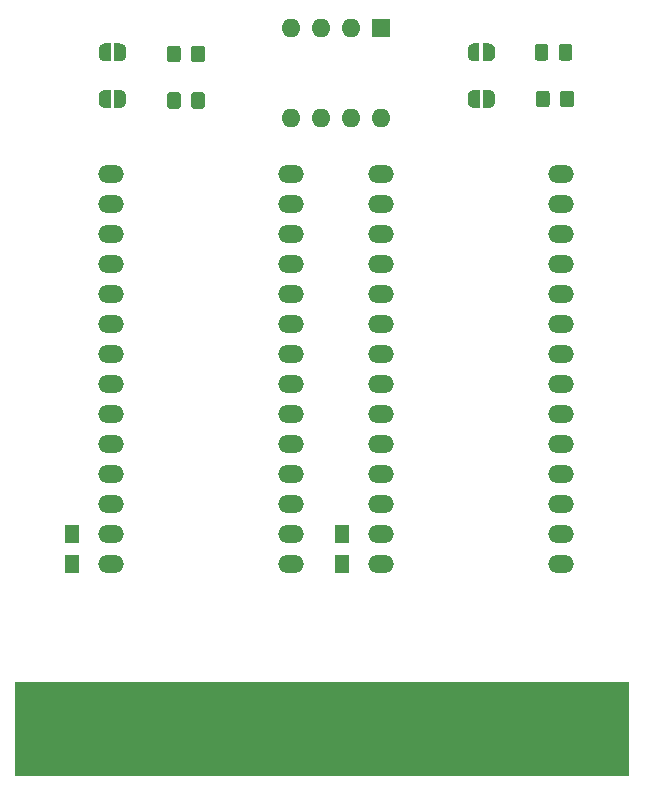
<source format=gbr>
G04 #@! TF.GenerationSoftware,KiCad,Pcbnew,(5.1.5-0-10_14)*
G04 #@! TF.CreationDate,2020-07-12T14:24:48+02:00*
G04 #@! TF.ProjectId,OpenC16Cart,4f70656e-4331-4364-9361-72742e6b6963,3*
G04 #@! TF.SameCoordinates,Original*
G04 #@! TF.FileFunction,Soldermask,Top*
G04 #@! TF.FilePolarity,Negative*
%FSLAX46Y46*%
G04 Gerber Fmt 4.6, Leading zero omitted, Abs format (unit mm)*
G04 Created by KiCad (PCBNEW (5.1.5-0-10_14)) date 2020-07-12 14:24:48*
%MOMM*%
%LPD*%
G04 APERTURE LIST*
%ADD10R,52.000000X8.000000*%
%ADD11O,1.600000X1.600000*%
%ADD12R,1.600000X1.600000*%
%ADD13C,0.100000*%
%ADD14R,1.250000X1.500000*%
%ADD15O,2.199640X1.501140*%
G04 APERTURE END LIST*
D10*
X147447000Y-124460000D03*
D11*
X152400000Y-72771000D03*
X144780000Y-65151000D03*
X149860000Y-72771000D03*
X147320000Y-65151000D03*
X147320000Y-72771000D03*
X149860000Y-65151000D03*
X144780000Y-72771000D03*
D12*
X152400000Y-65151000D03*
D13*
G36*
X130317000Y-66433602D02*
G01*
X130341534Y-66433602D01*
X130390365Y-66438412D01*
X130438490Y-66447984D01*
X130485445Y-66462228D01*
X130530778Y-66481005D01*
X130574051Y-66504136D01*
X130614850Y-66531396D01*
X130652779Y-66562524D01*
X130687476Y-66597221D01*
X130718604Y-66635150D01*
X130745864Y-66675949D01*
X130768995Y-66719222D01*
X130787772Y-66764555D01*
X130802016Y-66811510D01*
X130811588Y-66859635D01*
X130816398Y-66908466D01*
X130816398Y-66933000D01*
X130817000Y-66933000D01*
X130817000Y-67433000D01*
X130816398Y-67433000D01*
X130816398Y-67457534D01*
X130811588Y-67506365D01*
X130802016Y-67554490D01*
X130787772Y-67601445D01*
X130768995Y-67646778D01*
X130745864Y-67690051D01*
X130718604Y-67730850D01*
X130687476Y-67768779D01*
X130652779Y-67803476D01*
X130614850Y-67834604D01*
X130574051Y-67861864D01*
X130530778Y-67884995D01*
X130485445Y-67903772D01*
X130438490Y-67918016D01*
X130390365Y-67927588D01*
X130341534Y-67932398D01*
X130317000Y-67932398D01*
X130317000Y-67933000D01*
X129817000Y-67933000D01*
X129817000Y-66433000D01*
X130317000Y-66433000D01*
X130317000Y-66433602D01*
G37*
G36*
X129517000Y-67933000D02*
G01*
X129017000Y-67933000D01*
X129017000Y-67932398D01*
X128992466Y-67932398D01*
X128943635Y-67927588D01*
X128895510Y-67918016D01*
X128848555Y-67903772D01*
X128803222Y-67884995D01*
X128759949Y-67861864D01*
X128719150Y-67834604D01*
X128681221Y-67803476D01*
X128646524Y-67768779D01*
X128615396Y-67730850D01*
X128588136Y-67690051D01*
X128565005Y-67646778D01*
X128546228Y-67601445D01*
X128531984Y-67554490D01*
X128522412Y-67506365D01*
X128517602Y-67457534D01*
X128517602Y-67433000D01*
X128517000Y-67433000D01*
X128517000Y-66933000D01*
X128517602Y-66933000D01*
X128517602Y-66908466D01*
X128522412Y-66859635D01*
X128531984Y-66811510D01*
X128546228Y-66764555D01*
X128565005Y-66719222D01*
X128588136Y-66675949D01*
X128615396Y-66635150D01*
X128646524Y-66597221D01*
X128681221Y-66562524D01*
X128719150Y-66531396D01*
X128759949Y-66504136D01*
X128803222Y-66481005D01*
X128848555Y-66462228D01*
X128895510Y-66447984D01*
X128943635Y-66438412D01*
X128992466Y-66433602D01*
X129017000Y-66433602D01*
X129017000Y-66433000D01*
X129517000Y-66433000D01*
X129517000Y-67933000D01*
G37*
G36*
X130317000Y-70370602D02*
G01*
X130341534Y-70370602D01*
X130390365Y-70375412D01*
X130438490Y-70384984D01*
X130485445Y-70399228D01*
X130530778Y-70418005D01*
X130574051Y-70441136D01*
X130614850Y-70468396D01*
X130652779Y-70499524D01*
X130687476Y-70534221D01*
X130718604Y-70572150D01*
X130745864Y-70612949D01*
X130768995Y-70656222D01*
X130787772Y-70701555D01*
X130802016Y-70748510D01*
X130811588Y-70796635D01*
X130816398Y-70845466D01*
X130816398Y-70870000D01*
X130817000Y-70870000D01*
X130817000Y-71370000D01*
X130816398Y-71370000D01*
X130816398Y-71394534D01*
X130811588Y-71443365D01*
X130802016Y-71491490D01*
X130787772Y-71538445D01*
X130768995Y-71583778D01*
X130745864Y-71627051D01*
X130718604Y-71667850D01*
X130687476Y-71705779D01*
X130652779Y-71740476D01*
X130614850Y-71771604D01*
X130574051Y-71798864D01*
X130530778Y-71821995D01*
X130485445Y-71840772D01*
X130438490Y-71855016D01*
X130390365Y-71864588D01*
X130341534Y-71869398D01*
X130317000Y-71869398D01*
X130317000Y-71870000D01*
X129817000Y-71870000D01*
X129817000Y-70370000D01*
X130317000Y-70370000D01*
X130317000Y-70370602D01*
G37*
G36*
X129517000Y-71870000D02*
G01*
X129017000Y-71870000D01*
X129017000Y-71869398D01*
X128992466Y-71869398D01*
X128943635Y-71864588D01*
X128895510Y-71855016D01*
X128848555Y-71840772D01*
X128803222Y-71821995D01*
X128759949Y-71798864D01*
X128719150Y-71771604D01*
X128681221Y-71740476D01*
X128646524Y-71705779D01*
X128615396Y-71667850D01*
X128588136Y-71627051D01*
X128565005Y-71583778D01*
X128546228Y-71538445D01*
X128531984Y-71491490D01*
X128522412Y-71443365D01*
X128517602Y-71394534D01*
X128517602Y-71370000D01*
X128517000Y-71370000D01*
X128517000Y-70870000D01*
X128517602Y-70870000D01*
X128517602Y-70845466D01*
X128522412Y-70796635D01*
X128531984Y-70748510D01*
X128546228Y-70701555D01*
X128565005Y-70656222D01*
X128588136Y-70612949D01*
X128615396Y-70572150D01*
X128646524Y-70534221D01*
X128681221Y-70499524D01*
X128719150Y-70468396D01*
X128759949Y-70441136D01*
X128803222Y-70418005D01*
X128848555Y-70399228D01*
X128895510Y-70384984D01*
X128943635Y-70375412D01*
X128992466Y-70370602D01*
X129017000Y-70370602D01*
X129017000Y-70370000D01*
X129517000Y-70370000D01*
X129517000Y-71870000D01*
G37*
G36*
X161544000Y-66433602D02*
G01*
X161568534Y-66433602D01*
X161617365Y-66438412D01*
X161665490Y-66447984D01*
X161712445Y-66462228D01*
X161757778Y-66481005D01*
X161801051Y-66504136D01*
X161841850Y-66531396D01*
X161879779Y-66562524D01*
X161914476Y-66597221D01*
X161945604Y-66635150D01*
X161972864Y-66675949D01*
X161995995Y-66719222D01*
X162014772Y-66764555D01*
X162029016Y-66811510D01*
X162038588Y-66859635D01*
X162043398Y-66908466D01*
X162043398Y-66933000D01*
X162044000Y-66933000D01*
X162044000Y-67433000D01*
X162043398Y-67433000D01*
X162043398Y-67457534D01*
X162038588Y-67506365D01*
X162029016Y-67554490D01*
X162014772Y-67601445D01*
X161995995Y-67646778D01*
X161972864Y-67690051D01*
X161945604Y-67730850D01*
X161914476Y-67768779D01*
X161879779Y-67803476D01*
X161841850Y-67834604D01*
X161801051Y-67861864D01*
X161757778Y-67884995D01*
X161712445Y-67903772D01*
X161665490Y-67918016D01*
X161617365Y-67927588D01*
X161568534Y-67932398D01*
X161544000Y-67932398D01*
X161544000Y-67933000D01*
X161044000Y-67933000D01*
X161044000Y-66433000D01*
X161544000Y-66433000D01*
X161544000Y-66433602D01*
G37*
G36*
X160744000Y-67933000D02*
G01*
X160244000Y-67933000D01*
X160244000Y-67932398D01*
X160219466Y-67932398D01*
X160170635Y-67927588D01*
X160122510Y-67918016D01*
X160075555Y-67903772D01*
X160030222Y-67884995D01*
X159986949Y-67861864D01*
X159946150Y-67834604D01*
X159908221Y-67803476D01*
X159873524Y-67768779D01*
X159842396Y-67730850D01*
X159815136Y-67690051D01*
X159792005Y-67646778D01*
X159773228Y-67601445D01*
X159758984Y-67554490D01*
X159749412Y-67506365D01*
X159744602Y-67457534D01*
X159744602Y-67433000D01*
X159744000Y-67433000D01*
X159744000Y-66933000D01*
X159744602Y-66933000D01*
X159744602Y-66908466D01*
X159749412Y-66859635D01*
X159758984Y-66811510D01*
X159773228Y-66764555D01*
X159792005Y-66719222D01*
X159815136Y-66675949D01*
X159842396Y-66635150D01*
X159873524Y-66597221D01*
X159908221Y-66562524D01*
X159946150Y-66531396D01*
X159986949Y-66504136D01*
X160030222Y-66481005D01*
X160075555Y-66462228D01*
X160122510Y-66447984D01*
X160170635Y-66438412D01*
X160219466Y-66433602D01*
X160244000Y-66433602D01*
X160244000Y-66433000D01*
X160744000Y-66433000D01*
X160744000Y-67933000D01*
G37*
G36*
X161559000Y-70370602D02*
G01*
X161583534Y-70370602D01*
X161632365Y-70375412D01*
X161680490Y-70384984D01*
X161727445Y-70399228D01*
X161772778Y-70418005D01*
X161816051Y-70441136D01*
X161856850Y-70468396D01*
X161894779Y-70499524D01*
X161929476Y-70534221D01*
X161960604Y-70572150D01*
X161987864Y-70612949D01*
X162010995Y-70656222D01*
X162029772Y-70701555D01*
X162044016Y-70748510D01*
X162053588Y-70796635D01*
X162058398Y-70845466D01*
X162058398Y-70870000D01*
X162059000Y-70870000D01*
X162059000Y-71370000D01*
X162058398Y-71370000D01*
X162058398Y-71394534D01*
X162053588Y-71443365D01*
X162044016Y-71491490D01*
X162029772Y-71538445D01*
X162010995Y-71583778D01*
X161987864Y-71627051D01*
X161960604Y-71667850D01*
X161929476Y-71705779D01*
X161894779Y-71740476D01*
X161856850Y-71771604D01*
X161816051Y-71798864D01*
X161772778Y-71821995D01*
X161727445Y-71840772D01*
X161680490Y-71855016D01*
X161632365Y-71864588D01*
X161583534Y-71869398D01*
X161559000Y-71869398D01*
X161559000Y-71870000D01*
X161059000Y-71870000D01*
X161059000Y-70370000D01*
X161559000Y-70370000D01*
X161559000Y-70370602D01*
G37*
G36*
X160759000Y-71870000D02*
G01*
X160259000Y-71870000D01*
X160259000Y-71869398D01*
X160234466Y-71869398D01*
X160185635Y-71864588D01*
X160137510Y-71855016D01*
X160090555Y-71840772D01*
X160045222Y-71821995D01*
X160001949Y-71798864D01*
X159961150Y-71771604D01*
X159923221Y-71740476D01*
X159888524Y-71705779D01*
X159857396Y-71667850D01*
X159830136Y-71627051D01*
X159807005Y-71583778D01*
X159788228Y-71538445D01*
X159773984Y-71491490D01*
X159764412Y-71443365D01*
X159759602Y-71394534D01*
X159759602Y-71370000D01*
X159759000Y-71370000D01*
X159759000Y-70870000D01*
X159759602Y-70870000D01*
X159759602Y-70845466D01*
X159764412Y-70796635D01*
X159773984Y-70748510D01*
X159788228Y-70701555D01*
X159807005Y-70656222D01*
X159830136Y-70612949D01*
X159857396Y-70572150D01*
X159888524Y-70534221D01*
X159923221Y-70499524D01*
X159961150Y-70468396D01*
X160001949Y-70441136D01*
X160045222Y-70418005D01*
X160090555Y-70399228D01*
X160137510Y-70384984D01*
X160185635Y-70375412D01*
X160234466Y-70370602D01*
X160259000Y-70370602D01*
X160259000Y-70370000D01*
X160759000Y-70370000D01*
X160759000Y-71870000D01*
G37*
G36*
X137264505Y-66611204D02*
G01*
X137288773Y-66614804D01*
X137312572Y-66620765D01*
X137335671Y-66629030D01*
X137357850Y-66639520D01*
X137378893Y-66652132D01*
X137398599Y-66666747D01*
X137416777Y-66683223D01*
X137433253Y-66701401D01*
X137447868Y-66721107D01*
X137460480Y-66742150D01*
X137470970Y-66764329D01*
X137479235Y-66787428D01*
X137485196Y-66811227D01*
X137488796Y-66835495D01*
X137490000Y-66859999D01*
X137490000Y-67760001D01*
X137488796Y-67784505D01*
X137485196Y-67808773D01*
X137479235Y-67832572D01*
X137470970Y-67855671D01*
X137460480Y-67877850D01*
X137447868Y-67898893D01*
X137433253Y-67918599D01*
X137416777Y-67936777D01*
X137398599Y-67953253D01*
X137378893Y-67967868D01*
X137357850Y-67980480D01*
X137335671Y-67990970D01*
X137312572Y-67999235D01*
X137288773Y-68005196D01*
X137264505Y-68008796D01*
X137240001Y-68010000D01*
X136589999Y-68010000D01*
X136565495Y-68008796D01*
X136541227Y-68005196D01*
X136517428Y-67999235D01*
X136494329Y-67990970D01*
X136472150Y-67980480D01*
X136451107Y-67967868D01*
X136431401Y-67953253D01*
X136413223Y-67936777D01*
X136396747Y-67918599D01*
X136382132Y-67898893D01*
X136369520Y-67877850D01*
X136359030Y-67855671D01*
X136350765Y-67832572D01*
X136344804Y-67808773D01*
X136341204Y-67784505D01*
X136340000Y-67760001D01*
X136340000Y-66859999D01*
X136341204Y-66835495D01*
X136344804Y-66811227D01*
X136350765Y-66787428D01*
X136359030Y-66764329D01*
X136369520Y-66742150D01*
X136382132Y-66721107D01*
X136396747Y-66701401D01*
X136413223Y-66683223D01*
X136431401Y-66666747D01*
X136451107Y-66652132D01*
X136472150Y-66639520D01*
X136494329Y-66629030D01*
X136517428Y-66620765D01*
X136541227Y-66614804D01*
X136565495Y-66611204D01*
X136589999Y-66610000D01*
X137240001Y-66610000D01*
X137264505Y-66611204D01*
G37*
G36*
X135214505Y-66611204D02*
G01*
X135238773Y-66614804D01*
X135262572Y-66620765D01*
X135285671Y-66629030D01*
X135307850Y-66639520D01*
X135328893Y-66652132D01*
X135348599Y-66666747D01*
X135366777Y-66683223D01*
X135383253Y-66701401D01*
X135397868Y-66721107D01*
X135410480Y-66742150D01*
X135420970Y-66764329D01*
X135429235Y-66787428D01*
X135435196Y-66811227D01*
X135438796Y-66835495D01*
X135440000Y-66859999D01*
X135440000Y-67760001D01*
X135438796Y-67784505D01*
X135435196Y-67808773D01*
X135429235Y-67832572D01*
X135420970Y-67855671D01*
X135410480Y-67877850D01*
X135397868Y-67898893D01*
X135383253Y-67918599D01*
X135366777Y-67936777D01*
X135348599Y-67953253D01*
X135328893Y-67967868D01*
X135307850Y-67980480D01*
X135285671Y-67990970D01*
X135262572Y-67999235D01*
X135238773Y-68005196D01*
X135214505Y-68008796D01*
X135190001Y-68010000D01*
X134539999Y-68010000D01*
X134515495Y-68008796D01*
X134491227Y-68005196D01*
X134467428Y-67999235D01*
X134444329Y-67990970D01*
X134422150Y-67980480D01*
X134401107Y-67967868D01*
X134381401Y-67953253D01*
X134363223Y-67936777D01*
X134346747Y-67918599D01*
X134332132Y-67898893D01*
X134319520Y-67877850D01*
X134309030Y-67855671D01*
X134300765Y-67832572D01*
X134294804Y-67808773D01*
X134291204Y-67784505D01*
X134290000Y-67760001D01*
X134290000Y-66859999D01*
X134291204Y-66835495D01*
X134294804Y-66811227D01*
X134300765Y-66787428D01*
X134309030Y-66764329D01*
X134319520Y-66742150D01*
X134332132Y-66721107D01*
X134346747Y-66701401D01*
X134363223Y-66683223D01*
X134381401Y-66666747D01*
X134401107Y-66652132D01*
X134422150Y-66639520D01*
X134444329Y-66629030D01*
X134467428Y-66620765D01*
X134491227Y-66614804D01*
X134515495Y-66611204D01*
X134539999Y-66610000D01*
X135190001Y-66610000D01*
X135214505Y-66611204D01*
G37*
G36*
X137264505Y-70548204D02*
G01*
X137288773Y-70551804D01*
X137312572Y-70557765D01*
X137335671Y-70566030D01*
X137357850Y-70576520D01*
X137378893Y-70589132D01*
X137398599Y-70603747D01*
X137416777Y-70620223D01*
X137433253Y-70638401D01*
X137447868Y-70658107D01*
X137460480Y-70679150D01*
X137470970Y-70701329D01*
X137479235Y-70724428D01*
X137485196Y-70748227D01*
X137488796Y-70772495D01*
X137490000Y-70796999D01*
X137490000Y-71697001D01*
X137488796Y-71721505D01*
X137485196Y-71745773D01*
X137479235Y-71769572D01*
X137470970Y-71792671D01*
X137460480Y-71814850D01*
X137447868Y-71835893D01*
X137433253Y-71855599D01*
X137416777Y-71873777D01*
X137398599Y-71890253D01*
X137378893Y-71904868D01*
X137357850Y-71917480D01*
X137335671Y-71927970D01*
X137312572Y-71936235D01*
X137288773Y-71942196D01*
X137264505Y-71945796D01*
X137240001Y-71947000D01*
X136589999Y-71947000D01*
X136565495Y-71945796D01*
X136541227Y-71942196D01*
X136517428Y-71936235D01*
X136494329Y-71927970D01*
X136472150Y-71917480D01*
X136451107Y-71904868D01*
X136431401Y-71890253D01*
X136413223Y-71873777D01*
X136396747Y-71855599D01*
X136382132Y-71835893D01*
X136369520Y-71814850D01*
X136359030Y-71792671D01*
X136350765Y-71769572D01*
X136344804Y-71745773D01*
X136341204Y-71721505D01*
X136340000Y-71697001D01*
X136340000Y-70796999D01*
X136341204Y-70772495D01*
X136344804Y-70748227D01*
X136350765Y-70724428D01*
X136359030Y-70701329D01*
X136369520Y-70679150D01*
X136382132Y-70658107D01*
X136396747Y-70638401D01*
X136413223Y-70620223D01*
X136431401Y-70603747D01*
X136451107Y-70589132D01*
X136472150Y-70576520D01*
X136494329Y-70566030D01*
X136517428Y-70557765D01*
X136541227Y-70551804D01*
X136565495Y-70548204D01*
X136589999Y-70547000D01*
X137240001Y-70547000D01*
X137264505Y-70548204D01*
G37*
G36*
X135214505Y-70548204D02*
G01*
X135238773Y-70551804D01*
X135262572Y-70557765D01*
X135285671Y-70566030D01*
X135307850Y-70576520D01*
X135328893Y-70589132D01*
X135348599Y-70603747D01*
X135366777Y-70620223D01*
X135383253Y-70638401D01*
X135397868Y-70658107D01*
X135410480Y-70679150D01*
X135420970Y-70701329D01*
X135429235Y-70724428D01*
X135435196Y-70748227D01*
X135438796Y-70772495D01*
X135440000Y-70796999D01*
X135440000Y-71697001D01*
X135438796Y-71721505D01*
X135435196Y-71745773D01*
X135429235Y-71769572D01*
X135420970Y-71792671D01*
X135410480Y-71814850D01*
X135397868Y-71835893D01*
X135383253Y-71855599D01*
X135366777Y-71873777D01*
X135348599Y-71890253D01*
X135328893Y-71904868D01*
X135307850Y-71917480D01*
X135285671Y-71927970D01*
X135262572Y-71936235D01*
X135238773Y-71942196D01*
X135214505Y-71945796D01*
X135190001Y-71947000D01*
X134539999Y-71947000D01*
X134515495Y-71945796D01*
X134491227Y-71942196D01*
X134467428Y-71936235D01*
X134444329Y-71927970D01*
X134422150Y-71917480D01*
X134401107Y-71904868D01*
X134381401Y-71890253D01*
X134363223Y-71873777D01*
X134346747Y-71855599D01*
X134332132Y-71835893D01*
X134319520Y-71814850D01*
X134309030Y-71792671D01*
X134300765Y-71769572D01*
X134294804Y-71745773D01*
X134291204Y-71721505D01*
X134290000Y-71697001D01*
X134290000Y-70796999D01*
X134291204Y-70772495D01*
X134294804Y-70748227D01*
X134300765Y-70724428D01*
X134309030Y-70701329D01*
X134319520Y-70679150D01*
X134332132Y-70658107D01*
X134346747Y-70638401D01*
X134363223Y-70620223D01*
X134381401Y-70603747D01*
X134401107Y-70589132D01*
X134422150Y-70576520D01*
X134444329Y-70566030D01*
X134467428Y-70557765D01*
X134491227Y-70551804D01*
X134515495Y-70548204D01*
X134539999Y-70547000D01*
X135190001Y-70547000D01*
X135214505Y-70548204D01*
G37*
G36*
X168379505Y-66484204D02*
G01*
X168403773Y-66487804D01*
X168427572Y-66493765D01*
X168450671Y-66502030D01*
X168472850Y-66512520D01*
X168493893Y-66525132D01*
X168513599Y-66539747D01*
X168531777Y-66556223D01*
X168548253Y-66574401D01*
X168562868Y-66594107D01*
X168575480Y-66615150D01*
X168585970Y-66637329D01*
X168594235Y-66660428D01*
X168600196Y-66684227D01*
X168603796Y-66708495D01*
X168605000Y-66732999D01*
X168605000Y-67633001D01*
X168603796Y-67657505D01*
X168600196Y-67681773D01*
X168594235Y-67705572D01*
X168585970Y-67728671D01*
X168575480Y-67750850D01*
X168562868Y-67771893D01*
X168548253Y-67791599D01*
X168531777Y-67809777D01*
X168513599Y-67826253D01*
X168493893Y-67840868D01*
X168472850Y-67853480D01*
X168450671Y-67863970D01*
X168427572Y-67872235D01*
X168403773Y-67878196D01*
X168379505Y-67881796D01*
X168355001Y-67883000D01*
X167704999Y-67883000D01*
X167680495Y-67881796D01*
X167656227Y-67878196D01*
X167632428Y-67872235D01*
X167609329Y-67863970D01*
X167587150Y-67853480D01*
X167566107Y-67840868D01*
X167546401Y-67826253D01*
X167528223Y-67809777D01*
X167511747Y-67791599D01*
X167497132Y-67771893D01*
X167484520Y-67750850D01*
X167474030Y-67728671D01*
X167465765Y-67705572D01*
X167459804Y-67681773D01*
X167456204Y-67657505D01*
X167455000Y-67633001D01*
X167455000Y-66732999D01*
X167456204Y-66708495D01*
X167459804Y-66684227D01*
X167465765Y-66660428D01*
X167474030Y-66637329D01*
X167484520Y-66615150D01*
X167497132Y-66594107D01*
X167511747Y-66574401D01*
X167528223Y-66556223D01*
X167546401Y-66539747D01*
X167566107Y-66525132D01*
X167587150Y-66512520D01*
X167609329Y-66502030D01*
X167632428Y-66493765D01*
X167656227Y-66487804D01*
X167680495Y-66484204D01*
X167704999Y-66483000D01*
X168355001Y-66483000D01*
X168379505Y-66484204D01*
G37*
G36*
X166329505Y-66484204D02*
G01*
X166353773Y-66487804D01*
X166377572Y-66493765D01*
X166400671Y-66502030D01*
X166422850Y-66512520D01*
X166443893Y-66525132D01*
X166463599Y-66539747D01*
X166481777Y-66556223D01*
X166498253Y-66574401D01*
X166512868Y-66594107D01*
X166525480Y-66615150D01*
X166535970Y-66637329D01*
X166544235Y-66660428D01*
X166550196Y-66684227D01*
X166553796Y-66708495D01*
X166555000Y-66732999D01*
X166555000Y-67633001D01*
X166553796Y-67657505D01*
X166550196Y-67681773D01*
X166544235Y-67705572D01*
X166535970Y-67728671D01*
X166525480Y-67750850D01*
X166512868Y-67771893D01*
X166498253Y-67791599D01*
X166481777Y-67809777D01*
X166463599Y-67826253D01*
X166443893Y-67840868D01*
X166422850Y-67853480D01*
X166400671Y-67863970D01*
X166377572Y-67872235D01*
X166353773Y-67878196D01*
X166329505Y-67881796D01*
X166305001Y-67883000D01*
X165654999Y-67883000D01*
X165630495Y-67881796D01*
X165606227Y-67878196D01*
X165582428Y-67872235D01*
X165559329Y-67863970D01*
X165537150Y-67853480D01*
X165516107Y-67840868D01*
X165496401Y-67826253D01*
X165478223Y-67809777D01*
X165461747Y-67791599D01*
X165447132Y-67771893D01*
X165434520Y-67750850D01*
X165424030Y-67728671D01*
X165415765Y-67705572D01*
X165409804Y-67681773D01*
X165406204Y-67657505D01*
X165405000Y-67633001D01*
X165405000Y-66732999D01*
X165406204Y-66708495D01*
X165409804Y-66684227D01*
X165415765Y-66660428D01*
X165424030Y-66637329D01*
X165434520Y-66615150D01*
X165447132Y-66594107D01*
X165461747Y-66574401D01*
X165478223Y-66556223D01*
X165496401Y-66539747D01*
X165516107Y-66525132D01*
X165537150Y-66512520D01*
X165559329Y-66502030D01*
X165582428Y-66493765D01*
X165606227Y-66487804D01*
X165630495Y-66484204D01*
X165654999Y-66483000D01*
X166305001Y-66483000D01*
X166329505Y-66484204D01*
G37*
G36*
X168506505Y-70421204D02*
G01*
X168530773Y-70424804D01*
X168554572Y-70430765D01*
X168577671Y-70439030D01*
X168599850Y-70449520D01*
X168620893Y-70462132D01*
X168640599Y-70476747D01*
X168658777Y-70493223D01*
X168675253Y-70511401D01*
X168689868Y-70531107D01*
X168702480Y-70552150D01*
X168712970Y-70574329D01*
X168721235Y-70597428D01*
X168727196Y-70621227D01*
X168730796Y-70645495D01*
X168732000Y-70669999D01*
X168732000Y-71570001D01*
X168730796Y-71594505D01*
X168727196Y-71618773D01*
X168721235Y-71642572D01*
X168712970Y-71665671D01*
X168702480Y-71687850D01*
X168689868Y-71708893D01*
X168675253Y-71728599D01*
X168658777Y-71746777D01*
X168640599Y-71763253D01*
X168620893Y-71777868D01*
X168599850Y-71790480D01*
X168577671Y-71800970D01*
X168554572Y-71809235D01*
X168530773Y-71815196D01*
X168506505Y-71818796D01*
X168482001Y-71820000D01*
X167831999Y-71820000D01*
X167807495Y-71818796D01*
X167783227Y-71815196D01*
X167759428Y-71809235D01*
X167736329Y-71800970D01*
X167714150Y-71790480D01*
X167693107Y-71777868D01*
X167673401Y-71763253D01*
X167655223Y-71746777D01*
X167638747Y-71728599D01*
X167624132Y-71708893D01*
X167611520Y-71687850D01*
X167601030Y-71665671D01*
X167592765Y-71642572D01*
X167586804Y-71618773D01*
X167583204Y-71594505D01*
X167582000Y-71570001D01*
X167582000Y-70669999D01*
X167583204Y-70645495D01*
X167586804Y-70621227D01*
X167592765Y-70597428D01*
X167601030Y-70574329D01*
X167611520Y-70552150D01*
X167624132Y-70531107D01*
X167638747Y-70511401D01*
X167655223Y-70493223D01*
X167673401Y-70476747D01*
X167693107Y-70462132D01*
X167714150Y-70449520D01*
X167736329Y-70439030D01*
X167759428Y-70430765D01*
X167783227Y-70424804D01*
X167807495Y-70421204D01*
X167831999Y-70420000D01*
X168482001Y-70420000D01*
X168506505Y-70421204D01*
G37*
G36*
X166456505Y-70421204D02*
G01*
X166480773Y-70424804D01*
X166504572Y-70430765D01*
X166527671Y-70439030D01*
X166549850Y-70449520D01*
X166570893Y-70462132D01*
X166590599Y-70476747D01*
X166608777Y-70493223D01*
X166625253Y-70511401D01*
X166639868Y-70531107D01*
X166652480Y-70552150D01*
X166662970Y-70574329D01*
X166671235Y-70597428D01*
X166677196Y-70621227D01*
X166680796Y-70645495D01*
X166682000Y-70669999D01*
X166682000Y-71570001D01*
X166680796Y-71594505D01*
X166677196Y-71618773D01*
X166671235Y-71642572D01*
X166662970Y-71665671D01*
X166652480Y-71687850D01*
X166639868Y-71708893D01*
X166625253Y-71728599D01*
X166608777Y-71746777D01*
X166590599Y-71763253D01*
X166570893Y-71777868D01*
X166549850Y-71790480D01*
X166527671Y-71800970D01*
X166504572Y-71809235D01*
X166480773Y-71815196D01*
X166456505Y-71818796D01*
X166432001Y-71820000D01*
X165781999Y-71820000D01*
X165757495Y-71818796D01*
X165733227Y-71815196D01*
X165709428Y-71809235D01*
X165686329Y-71800970D01*
X165664150Y-71790480D01*
X165643107Y-71777868D01*
X165623401Y-71763253D01*
X165605223Y-71746777D01*
X165588747Y-71728599D01*
X165574132Y-71708893D01*
X165561520Y-71687850D01*
X165551030Y-71665671D01*
X165542765Y-71642572D01*
X165536804Y-71618773D01*
X165533204Y-71594505D01*
X165532000Y-71570001D01*
X165532000Y-70669999D01*
X165533204Y-70645495D01*
X165536804Y-70621227D01*
X165542765Y-70597428D01*
X165551030Y-70574329D01*
X165561520Y-70552150D01*
X165574132Y-70531107D01*
X165588747Y-70511401D01*
X165605223Y-70493223D01*
X165623401Y-70476747D01*
X165643107Y-70462132D01*
X165664150Y-70449520D01*
X165686329Y-70439030D01*
X165709428Y-70430765D01*
X165733227Y-70424804D01*
X165757495Y-70421204D01*
X165781999Y-70420000D01*
X166432001Y-70420000D01*
X166456505Y-70421204D01*
G37*
D14*
X126238000Y-107970000D03*
X126238000Y-110470000D03*
X149098000Y-107970000D03*
X149098000Y-110470000D03*
D15*
X144780000Y-110490000D03*
X144780000Y-107950000D03*
X144780000Y-105410000D03*
X144780000Y-102870000D03*
X144780000Y-100330000D03*
X144780000Y-97790000D03*
X144780000Y-95250000D03*
X144780000Y-92710000D03*
X144780000Y-90170000D03*
X144780000Y-87630000D03*
X144780000Y-85090000D03*
X144780000Y-82550000D03*
X144780000Y-80010000D03*
X144780000Y-77470000D03*
X129540000Y-77470000D03*
X129540000Y-80010000D03*
X129540000Y-82550000D03*
X129540000Y-85090000D03*
X129540000Y-87630000D03*
X129540000Y-90170000D03*
X129540000Y-92710000D03*
X129540000Y-95250000D03*
X129540000Y-97790000D03*
X129540000Y-100330000D03*
X129540000Y-102870000D03*
X129540000Y-105410000D03*
X129540000Y-107950000D03*
X129540000Y-110490000D03*
X167640000Y-110490000D03*
X167640000Y-107950000D03*
X167640000Y-105410000D03*
X167640000Y-102870000D03*
X167640000Y-100330000D03*
X167640000Y-97790000D03*
X167640000Y-95250000D03*
X167640000Y-92710000D03*
X167640000Y-90170000D03*
X167640000Y-87630000D03*
X167640000Y-85090000D03*
X167640000Y-82550000D03*
X167640000Y-80010000D03*
X167640000Y-77470000D03*
X152400000Y-77470000D03*
X152400000Y-80010000D03*
X152400000Y-82550000D03*
X152400000Y-85090000D03*
X152400000Y-87630000D03*
X152400000Y-90170000D03*
X152400000Y-92710000D03*
X152400000Y-95250000D03*
X152400000Y-97790000D03*
X152400000Y-100330000D03*
X152400000Y-102870000D03*
X152400000Y-105410000D03*
X152400000Y-107950000D03*
X152400000Y-110490000D03*
M02*

</source>
